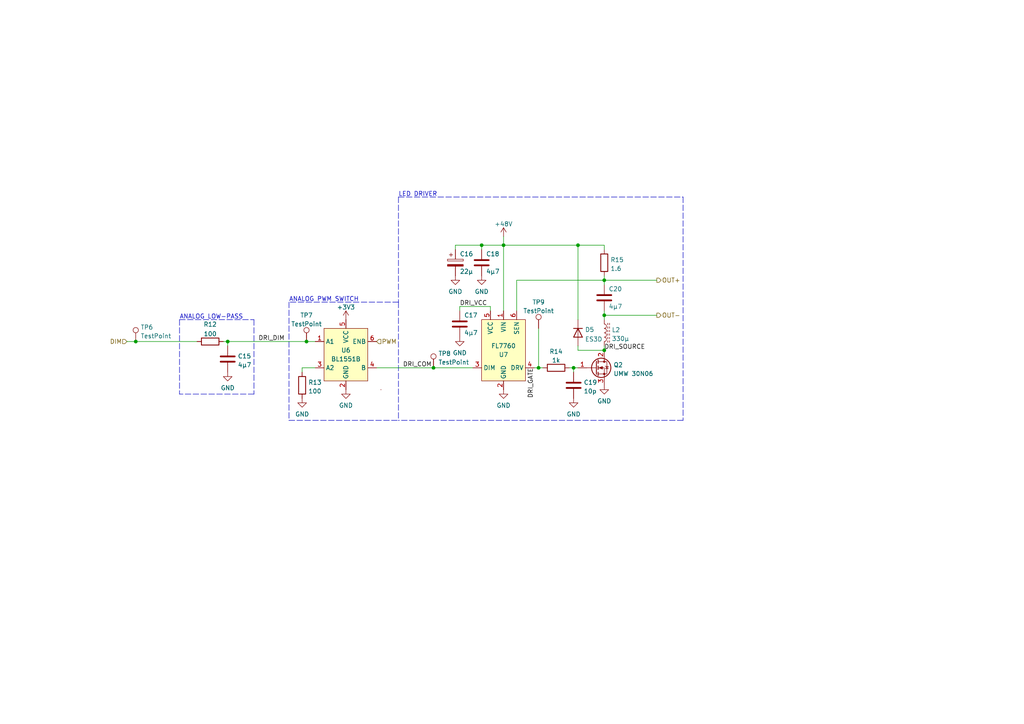
<source format=kicad_sch>
(kicad_sch (version 20211123) (generator eeschema)
  (paper "A4")
  (lib_symbols
    (symbol "Connector:TestPoint" (pin_numbers hide) (pin_names (offset 0.762) hide)
      (property "Reference" "TP" (at 0 6.858 0))
      (property "Value" "TestPoint" (at 0 5.08 0))
      (symbol "TestPoint_0_1"
        (circle (center 0 3.302) (radius 0.762))
      )
      (symbol "TestPoint_1_1"
        (pin passive line (at 0 0 90) (length 2.54) (name "1") (number "1"))
      )
    )
    (symbol "Device:C" (pin_numbers hide) (pin_names (offset 0.254))
      (property "Reference" "C" (at 0.635 2.54 0))
      (property "Value" "C" (at 0.635 -2.54 0))
      (symbol "C_0_1"
        (polyline (pts (xy -2.032 -0.762) (xy 2.032 -0.762)) (stroke (width 0.508)))
        (polyline (pts (xy -2.032 0.762) (xy 2.032 0.762)) (stroke (width 0.508)))
      )
      (symbol "C_1_1"
        (pin passive line (at 0 3.81 270) (length 2.794) (name "~") (number "1"))
        (pin passive line (at 0 -3.81 90) (length 2.794) (name "~") (number "2"))
      )
    )
    (symbol "Device:C_Polarized" (pin_numbers hide) (pin_names (offset 0.254))
      (property "Reference" "C" (at 0.635 2.54 0))
      (property "Value" "C_Polarized" (at 0.635 -2.54 0))
      (symbol "C_Polarized_0_1"
        (rectangle (start -2.286 0.508) (end 2.286 1.016))
        (polyline (pts (xy -1.778 2.286) (xy -0.762 2.286)))
        (polyline (pts (xy -1.27 2.794) (xy -1.27 1.778)))
        (rectangle (start 2.286 -0.508) (end -2.286 -1.016) (fill (type outline)))
      )
      (symbol "C_Polarized_1_1"
        (pin passive line (at 0 3.81 270) (length 2.794) (name "~") (number "1"))
        (pin passive line (at 0 -3.81 90) (length 2.794) (name "~") (number "2"))
      )
    )
    (symbol "Device:D" (pin_numbers hide) (pin_names (offset 1.016) hide)
      (property "Reference" "D" (at 0 2.54 0))
      (property "Value" "D" (at 0 -2.54 0))
      (symbol "D_0_1"
        (polyline (pts (xy -1.27 1.27) (xy -1.27 -1.27)) (stroke (width 0.254)))
        (polyline (pts (xy 1.27 0) (xy -1.27 0)))
        (polyline (pts (xy 1.27 1.27) (xy 1.27 -1.27) (xy -1.27 0) (xy 1.27 1.27)) (stroke (width 0.254)))
      )
      (symbol "D_1_1"
        (pin passive line (at -3.81 0 0) (length 2.54) (name "K") (number "1"))
        (pin passive line (at 3.81 0 180) (length 2.54) (name "A") (number "2"))
      )
    )
    (symbol "Device:L_Ferrite" (pin_numbers hide) (pin_names (offset 1.016) hide)
      (property "Reference" "L" (at -1.27 0 90))
      (property "Value" "L_Ferrite" (at 2.794 0 90))
      (symbol "L_Ferrite_0_1"
        (arc (start 0 -2.54) (mid 0.635 -1.905) (end 0 -1.27))
        (arc (start 0 -1.27) (mid 0.635 -0.635) (end 0 0))
        (polyline (pts (xy 1.016 -2.794) (xy 1.016 -2.286)))
        (polyline (pts (xy 1.016 -1.778) (xy 1.016 -1.27)))
        (polyline (pts (xy 1.016 -0.762) (xy 1.016 -0.254)))
        (polyline (pts (xy 1.016 0.254) (xy 1.016 0.762)))
        (polyline (pts (xy 1.016 1.27) (xy 1.016 1.778)))
        (polyline (pts (xy 1.016 2.286) (xy 1.016 2.794)))
        (polyline (pts (xy 1.524 -2.286) (xy 1.524 -2.794)))
        (polyline (pts (xy 1.524 -1.27) (xy 1.524 -1.778)))
        (polyline (pts (xy 1.524 -0.254) (xy 1.524 -0.762)))
        (polyline (pts (xy 1.524 0.762) (xy 1.524 0.254)))
        (polyline (pts (xy 1.524 1.778) (xy 1.524 1.27)))
        (polyline (pts (xy 1.524 2.794) (xy 1.524 2.286)))
        (arc (start 0 0) (mid 0.635 0.635) (end 0 1.27))
        (arc (start 0 1.27) (mid 0.635 1.905) (end 0 2.54))
      )
      (symbol "L_Ferrite_1_1"
        (pin passive line (at 0 3.81 270) (length 1.27) (name "1") (number "1"))
        (pin passive line (at 0 -3.81 90) (length 1.27) (name "2") (number "2"))
      )
    )
    (symbol "Device:Q_NMOS_GDS" (pin_names (offset 0) hide)
      (property "Reference" "Q" (at 5.08 1.27 0))
      (property "Value" "Q_NMOS_GDS" (at 5.08 -1.27 0))
      (symbol "Q_NMOS_GDS_0_1"
        (polyline (pts (xy 0.254 0) (xy -2.54 0)))
        (polyline (pts (xy 0.254 1.905) (xy 0.254 -1.905)) (stroke (width 0.254)))
        (polyline (pts (xy 0.762 -1.27) (xy 0.762 -2.286)) (stroke (width 0.254)))
        (polyline (pts (xy 0.762 0.508) (xy 0.762 -0.508)) (stroke (width 0.254)))
        (polyline (pts (xy 0.762 2.286) (xy 0.762 1.27)) (stroke (width 0.254)))
        (polyline (pts (xy 2.54 2.54) (xy 2.54 1.778)))
        (polyline (pts (xy 2.54 -2.54) (xy 2.54 0) (xy 0.762 0)))
        (polyline (pts (xy 0.762 -1.778) (xy 3.302 -1.778) (xy 3.302 1.778) (xy 0.762 1.778)))
        (polyline (pts (xy 1.016 0) (xy 2.032 0.381) (xy 2.032 -0.381) (xy 1.016 0)) (fill (type outline)))
        (polyline (pts (xy 2.794 0.508) (xy 2.921 0.381) (xy 3.683 0.381) (xy 3.81 0.254)))
        (polyline (pts (xy 3.302 0.381) (xy 2.921 -0.254) (xy 3.683 -0.254) (xy 3.302 0.381)))
        (circle (center 1.651 0) (radius 2.794) (stroke (width 0.254)))
        (circle (center 2.54 -1.778) (radius 0.254) (fill (type outline)))
        (circle (center 2.54 1.778) (radius 0.254) (fill (type outline)))
      )
      (symbol "Q_NMOS_GDS_1_1"
        (pin input line (at -5.08 0 0) (length 2.54) (name "G") (number "1"))
        (pin passive line (at 2.54 5.08 270) (length 2.54) (name "D") (number "2"))
        (pin passive line (at 2.54 -5.08 90) (length 2.54) (name "S") (number "3"))
      )
    )
    (symbol "Device:R" (pin_numbers hide) (pin_names (offset 0))
      (property "Reference" "R" (at 2.032 0 90))
      (property "Value" "R" (at 0 0 90))
      (symbol "R_0_1"
        (rectangle (start -1.016 -2.54) (end 1.016 2.54) (stroke (width 0.254)))
      )
      (symbol "R_1_1"
        (pin passive line (at 0 3.81 270) (length 1.27) (name "~") (number "1"))
        (pin passive line (at 0 -3.81 90) (length 1.27) (name "~") (number "2"))
      )
    )
    (symbol "Library:FL7760"
      (property "Reference" "U" (at 0 -1.27 0))
      (property "Value" "FL7760" (at 0 1.27 0))
      (symbol "FL7760_0_1"
        (rectangle (start -6.35 10.16) (end 6.35 -7.62) (stroke (width 0.1524)) (fill (type background)))
      )
      (symbol "FL7760_1_1"
        (pin input line (at 0 12.7 270) (length 2.54) (name "VIN") (number "1"))
        (pin input line (at 0 -10.16 90) (length 2.54) (name "GND") (number "2"))
        (pin input line (at -8.89 -3.81 0) (length 2.54) (name "DIM") (number "3"))
        (pin output line (at 8.89 -3.81 180) (length 2.54) (name "DRV") (number "4"))
        (pin input line (at -3.81 12.7 270) (length 2.54) (name "VCC") (number "5"))
        (pin input line (at 3.81 12.7 270) (length 2.54) (name "SEN") (number "6"))
      )
    )
    (symbol "library:BL1551B"
      (property "Reference" "U" (at 0 -1.27 0))
      (property "Value" "BL1551B" (at 0 1.27 0))
      (symbol "BL1551B_0_1"
        (rectangle (start 6.35 7.62) (end -6.35 -7.62) (stroke (width 0.1524)) (fill (type background)))
        (rectangle (start 10.16 -10.16) (end 10.16 -10.16) (stroke (width 0.1524)))
        (rectangle (start 10.16 -10.16) (end 10.16 -10.16) (stroke (width 0.1524)))
        (rectangle (start 10.16 -10.16) (end 10.16 -10.16) (stroke (width 0.1524)))
      )
      (symbol "BL1551B_1_1"
        (pin bidirectional line (at -8.89 3.81 0) (length 2.54) (name "A1") (number "1"))
        (pin power_in line (at 0 -10.16 90) (length 2.54) (name "GND") (number "2"))
        (pin bidirectional line (at -8.89 -3.81 0) (length 2.54) (name "A2") (number "3"))
        (pin bidirectional line (at 8.89 -3.81 180) (length 2.54) (name "B") (number "4"))
        (pin power_in line (at 0 10.16 270) (length 2.54) (name "VCC") (number "5"))
        (pin input line (at 8.89 3.81 180) (length 2.54) (name "ENB") (number "6"))
      )
    )
    (symbol "power:+3V3" (power) (pin_names (offset 0))
      (property "Value" "+3V3" (at 0 3.556 0))
      (symbol "+3V3_0_1"
        (polyline (pts (xy -0.762 1.27) (xy 0 2.54)))
        (polyline (pts (xy 0 0) (xy 0 2.54)))
        (polyline (pts (xy 0 2.54) (xy 0.762 1.27)))
      )
      (symbol "+3V3_1_1"
        (pin power_in line (at 0 0 90) (length 0) hide (name "+3V3") (number "1"))
      )
    )
    (symbol "power:+48V" (power) (pin_names (offset 0))
      (property "Value" "+48V" (at 0 3.556 0))
      (symbol "+48V_0_1"
        (polyline (pts (xy -0.762 1.27) (xy 0 2.54)))
        (polyline (pts (xy 0 0) (xy 0 2.54)))
        (polyline (pts (xy 0 2.54) (xy 0.762 1.27)))
      )
      (symbol "+48V_1_1"
        (pin power_in line (at 0 0 90) (length 0) hide (name "+48V") (number "1"))
      )
    )
    (symbol "power:GND" (power) (pin_names (offset 0))
      (property "Value" "GND" (at 0 -3.81 0))
      (symbol "GND_0_1"
        (polyline (pts (xy 0 0) (xy 0 -1.27) (xy 1.27 -1.27) (xy 0 -2.54) (xy -1.27 -1.27) (xy 0 -1.27)))
      )
      (symbol "GND_1_1"
        (pin power_in line (at 0 0 270) (length 0) hide (name "GND") (number "1"))
      )
    )
  )
  (junction (at 88.9 99.06))
  (junction (at 175.26 101.6))
  (junction (at 66.04 99.06))
  (junction (at 139.7 71.12))
  (junction (at 146.05 71.12))
  (junction (at 166.37 106.68))
  (junction (at 175.26 91.44))
  (junction (at 167.64 71.12))
  (junction (at 156.21 106.68))
  (junction (at 39.37 99.06))
  (junction (at 175.26 81.28))
  (junction (at 125.73 106.68))
  (wire (pts (xy 175.26 81.28) (xy 190.5 81.28)))
  (wire (pts (xy 146.05 71.12) (xy 146.05 90.17)))
  (polyline (pts (xy 198.12 57.15) (xy 198.12 121.92)))
  (wire (pts (xy 175.26 91.44) (xy 175.26 92.71)))
  (polyline (pts (xy 52.07 92.71) (xy 52.07 114.3)))
  (wire (pts (xy 165.1 106.68) (xy 166.37 106.68)))
  (polyline (pts (xy 73.66 114.3) (xy 52.07 114.3)))
  (wire (pts (xy 132.08 71.12) (xy 139.7 71.12)))
  (polyline (pts (xy 115.57 87.63) (xy 83.82 87.63)))
  (polyline (pts (xy 198.12 121.92) (xy 115.57 121.92)))
  (polyline (pts (xy 83.82 87.63) (xy 83.82 121.92)))
  (wire (pts (xy 87.63 106.68) (xy 87.63 107.95)))
  (wire (pts (xy 166.37 106.68) (xy 166.37 107.95)))
  (wire (pts (xy 149.86 81.28) (xy 149.86 90.17)))
  (wire (pts (xy 39.37 99.06) (xy 57.15 99.06)))
  (wire (pts (xy 132.08 72.39) (xy 132.08 71.12)))
  (wire (pts (xy 125.73 106.68) (xy 137.16 106.68)))
  (wire (pts (xy 175.26 91.44) (xy 190.5 91.44)))
  (wire (pts (xy 149.86 81.28) (xy 175.26 81.28)))
  (wire (pts (xy 166.37 106.68) (xy 167.64 106.68)))
  (wire (pts (xy 154.94 106.68) (xy 156.21 106.68)))
  (wire (pts (xy 175.26 71.12) (xy 175.26 72.39)))
  (wire (pts (xy 66.04 99.06) (xy 64.77 99.06)))
  (wire (pts (xy 167.64 101.6) (xy 175.26 101.6)))
  (polyline (pts (xy 115.57 57.15) (xy 115.57 87.63)))
  (wire (pts (xy 88.9 99.06) (xy 91.44 99.06)))
  (wire (pts (xy 175.26 91.44) (xy 175.26 90.17)))
  (polyline (pts (xy 83.82 121.92) (xy 115.57 121.92)))
  (wire (pts (xy 109.22 106.68) (xy 125.73 106.68)))
  (polyline (pts (xy 115.57 57.15) (xy 198.12 57.15)))
  (wire (pts (xy 167.64 71.12) (xy 175.26 71.12)))
  (wire (pts (xy 175.26 80.01) (xy 175.26 81.28)))
  (wire (pts (xy 175.26 100.33) (xy 175.26 101.6)))
  (wire (pts (xy 146.05 68.58) (xy 146.05 71.12)))
  (wire (pts (xy 36.83 99.06) (xy 39.37 99.06)))
  (wire (pts (xy 87.63 106.68) (xy 91.44 106.68)))
  (polyline (pts (xy 73.66 92.71) (xy 73.66 114.3)))
  (wire (pts (xy 156.21 106.68) (xy 157.48 106.68)))
  (wire (pts (xy 66.04 99.06) (xy 88.9 99.06)))
  (wire (pts (xy 142.24 90.17) (xy 142.24 88.9)))
  (wire (pts (xy 167.64 100.33) (xy 167.64 101.6)))
  (wire (pts (xy 139.7 72.39) (xy 139.7 71.12)))
  (wire (pts (xy 133.35 88.9) (xy 142.24 88.9)))
  (wire (pts (xy 156.21 95.25) (xy 156.21 106.68)))
  (wire (pts (xy 139.7 71.12) (xy 146.05 71.12)))
  (wire (pts (xy 133.35 88.9) (xy 133.35 90.17)))
  (wire (pts (xy 66.04 100.33) (xy 66.04 99.06)))
  (wire (pts (xy 175.26 82.55) (xy 175.26 81.28)))
  (wire (pts (xy 167.64 71.12) (xy 167.64 92.71)))
  (wire (pts (xy 146.05 71.12) (xy 167.64 71.12)))
  (polyline (pts (xy 115.57 87.63) (xy 115.57 121.92)))
  (polyline (pts (xy 52.07 92.71) (xy 73.66 92.71)))
  (text "ANALOG PWM SWITCH" (at 83.82 87.63 0) (effects (font (size 1.27 1.27)) (justify left bottom)))
  (text "ANALOG LOW-PASS" (at 52.07 92.71 0) (effects (font (size 1.27 1.27)) (justify left bottom)))
  (text "LED DRIVER" (at 115.57 57.15 0) (effects (font (size 1.27 1.27)) (justify left bottom)))
  (label "DRI_DIM" (at 74.93 99.06 0))
  (label "DRI_COM" (at 116.84 106.68 0))
  (label "DRI_VCC" (at 133.35 88.9 0))
  (label "DRI_SOURCE" (at 175.26 101.6 0))
  (label "DRI_GATE" (at 154.94 106.68 270))
  (hierarchical_label "OUT+" (shape output) (at 190.5 81.28 0))
  (hierarchical_label "PWM" (shape input) (at 109.22 99.06 0))
  (hierarchical_label "DIM" (shape input) (at 36.83 99.06 180))
  (hierarchical_label "OUT-" (shape output) (at 190.5 91.44 0))
  (symbol (lib_id "power:GND") (at 133.35 97.79 0) (unit 1)
    (property "Reference" "#PWR047" (effects hide))
    (property "Value" "GND" (at 133.35 102.3525 0))
  )
  (symbol (lib_id "Device:C") (at 175.26 86.36 0) (unit 1)
    (property "Reference" "C20" (at 176.53 83.82 0) (effects (justify left)))
    (property "Value" "4µ7" (at 176.53 88.9 0) (effects (justify left)))
    (property "Footprint" "Capacitor_SMD:C_0805_2012Metric" (effects hide))
  )
  (symbol (lib_id "Device:C") (at 133.35 93.98 0) (unit 1)
    (property "Reference" "C17" (at 134.62 91.44 0) (effects (justify left)))
    (property "Value" "4µ7" (at 134.62 96.52 0) (effects (justify left)))
    (property "Footprint" "Capacitor_SMD:C_0805_2012Metric" (effects hide))
  )
  (symbol (lib_id "Connector:TestPoint") (at 39.37 99.06 0) (unit 1)
    (property "Reference" "TP6" (at 40.767 94.9233 0) (effects (justify left)))
    (property "Value" "TestPoint" (at 40.767 97.4602 0) (effects (justify left)))
    (property "Footprint" "TestPoint:TestPoint_Pad_D1.0mm" (effects hide))
  )
  (symbol (lib_id "Device:R") (at 87.63 111.76 0) (mirror y) (unit 1)
    (property "Reference" "R13" (at 89.408 110.9253 0) (effects (justify right)))
    (property "Value" "100" (at 89.408 113.4622 0) (effects (justify right)))
    (property "Footprint" "Resistor_SMD:R_0603_1608Metric" (effects hide))
  )
  (symbol (lib_id "Device:R") (at 175.26 76.2 0) (unit 1)
    (property "Reference" "R15" (at 177.038 75.3653 0) (effects (justify left)))
    (property "Value" "1.6" (at 177.038 77.9022 0) (effects (justify left)))
    (property "Footprint" "Resistor_SMD:R_1206_3216Metric" (effects hide))
  )
  (symbol (lib_id "power:GND") (at 66.04 107.95 0) (unit 1)
    (property "Reference" "#PWR042" (effects hide))
    (property "Value" "GND" (at 66.04 112.5125 0))
  )
  (symbol (lib_id "Connector:TestPoint") (at 88.9 99.06 0) (unit 1)
    (property "Reference" "TP7" (at 88.9 91.44 0))
    (property "Value" "TestPoint" (at 88.9 93.98 0))
    (property "Footprint" "TestPoint:TestPoint_Pad_D1.0mm" (effects hide))
  )
  (symbol (lib_id "Device:C") (at 66.04 104.14 0) (unit 1)
    (property "Reference" "C15" (at 68.961 103.3053 0) (effects (justify left)))
    (property "Value" "4µ7" (at 68.961 105.8422 0) (effects (justify left)))
    (property "Footprint" "Capacitor_SMD:C_0805_2012Metric" (effects hide))
  )
  (symbol (lib_id "power:+48V") (at 146.05 68.58 0) (unit 1)
    (property "Reference" "#PWR049" (effects hide))
    (property "Value" "+48V" (at 146.05 64.9755 0))
  )
  (symbol (lib_id "Connector:TestPoint") (at 125.73 106.68 0) (unit 1)
    (property "Reference" "TP8" (at 127.127 102.5433 0) (effects (justify left)))
    (property "Value" "TestPoint" (at 127.127 105.0802 0) (effects (justify left)))
    (property "Footprint" "TestPoint:TestPoint_Pad_D1.0mm" (effects hide))
  )
  (symbol (lib_id "Device:C_Polarized") (at 132.08 76.2 0) (unit 1)
    (property "Reference" "C16" (at 133.35 73.66 0) (effects (justify left)))
    (property "Value" "22µ" (at 133.35 78.74 0) (effects (justify left)))
    (property "Footprint" "Capacitor_SMD:CP_Elec_6.3x4.5" (effects hide))
  )
  (symbol (lib_id "power:GND") (at 175.26 111.76 0) (unit 1)
    (property "Reference" "#PWR052" (effects hide))
    (property "Value" "GND" (at 175.26 116.3225 0))
  )
  (symbol (lib_id "Device:Q_NMOS_GDS") (at 172.72 106.68 0) (unit 1)
    (property "Reference" "Q2" (at 177.927 105.8453 0) (effects (justify left)))
    (property "Value" "UMW 30N06" (at 177.927 108.3822 0) (effects (justify left)))
    (property "Footprint" "Package_TO_SOT_SMD:TO-252-2" (effects hide))
  )
  (symbol (lib_id "power:GND") (at 166.37 115.57 0) (unit 1)
    (property "Reference" "#PWR040" (effects hide))
    (property "Value" "GND" (at 166.37 120.1325 0))
  )
  (symbol (lib_id "Device:D") (at 167.64 96.52 270) (unit 1)
    (property "Reference" "D5" (at 169.672 95.6115 90) (effects (justify left)))
    (property "Value" "ES3D" (at 169.672 98.3866 90) (effects (justify left)))
    (property "Footprint" "Diode_SMD:D_SMB" (effects hide))
  )
  (symbol (lib_id "Connector:TestPoint") (at 156.21 95.25 0) (unit 1)
    (property "Reference" "TP9" (at 156.21 87.63 0))
    (property "Value" "TestPoint" (at 156.21 90.17 0))
    (property "Footprint" "TestPoint:TestPoint_Pad_D1.0mm" (effects hide))
  )
  (symbol (lib_id "Device:R") (at 60.96 99.06 90) (unit 1)
    (property "Reference" "R12" (at 60.96 94.0775 90))
    (property "Value" "100" (at 60.96 96.8526 90))
    (property "Footprint" "Resistor_SMD:R_0603_1608Metric" (effects hide))
  )
  (symbol (lib_id "library:BL1551B") (at 100.33 102.87 0) (unit 1)
    (property "Reference" "U6" (at 100.33 101.6 0))
    (property "Value" "BL1551B" (at 100.33 104.14 0))
    (property "Footprint" "Package_TO_SOT_SMD:SOT-363_SC-70-6" (effects hide))
    (property "LCSC" "C2944066" (effects hide))
  )
  (symbol (lib_id "power:GND") (at 100.33 113.03 0) (unit 1)
    (property "Reference" "#PWR045" (effects hide))
    (property "Value" "GND" (at 100.33 117.5925 0))
  )
  (symbol (lib_id "power:GND") (at 132.08 80.01 0) (unit 1)
    (property "Reference" "#PWR046" (effects hide))
    (property "Value" "GND" (at 132.08 84.5725 0))
  )
  (symbol (lib_id "power:GND") (at 87.63 115.57 0) (mirror y) (unit 1)
    (property "Reference" "#PWR043" (effects hide))
    (property "Value" "GND" (at 87.63 120.1325 0))
  )
  (symbol (lib_id "Device:L_Ferrite") (at 175.26 96.52 0) (unit 1)
    (property "Reference" "L2" (at 177.419 95.6853 0) (effects (justify left)))
    (property "Value" "330µ" (at 177.419 98.2222 0) (effects (justify left)))
    (property "Footprint" "Inductor_SMD:L_12x12mm_H8mm" (effects hide))
  )
  (symbol (lib_id "power:GND") (at 139.7 80.01 0) (unit 1)
    (property "Reference" "#PWR048" (effects hide))
    (property "Value" "GND" (at 139.7 84.5725 0))
  )
  (symbol (lib_id "power:+3V3") (at 100.33 92.71 0) (unit 1)
    (property "Reference" "#PWR044" (effects hide))
    (property "Value" "+3V3" (at 100.33 89.1055 0))
  )
  (symbol (lib_id "Library:FL7760") (at 146.05 102.87 0) (unit 1)
    (property "Reference" "U7" (at 146.05 102.87 0))
    (property "Value" "FL7760" (at 146.05 100.33 0))
    (property "Footprint" "Package_TO_SOT_SMD:SOT-23-6" (effects hide))
    (property "LCSC" "C367387" (effects hide))
  )
  (symbol (lib_id "Device:C") (at 139.7 76.2 0) (unit 1)
    (property "Reference" "C18" (at 140.97 73.66 0) (effects (justify left)))
    (property "Value" "4µ7" (at 140.97 78.74 0) (effects (justify left)))
    (property "Footprint" "Capacitor_SMD:C_0805_2012Metric" (effects hide))
  )
  (symbol (lib_id "power:GND") (at 146.05 113.03 0) (unit 1)
    (property "Reference" "#PWR050" (effects hide))
    (property "Value" "GND" (at 146.05 117.5925 0))
  )
  (symbol (lib_id "Device:C") (at 166.37 111.76 0) (unit 1)
    (property "Reference" "C19" (at 169.291 110.9253 0) (effects (justify left)))
    (property "Value" "10p" (at 169.291 113.4622 0) (effects (justify left)))
    (property "Footprint" "Capacitor_SMD:C_0603_1608Metric" (effects hide))
  )
  (symbol (lib_id "Device:R") (at 161.29 106.68 90) (unit 1)
    (property "Reference" "R14" (at 161.29 101.9642 90))
    (property "Value" "1k" (at 161.29 104.5011 90))
    (property "Footprint" "Resistor_SMD:R_0603_1608Metric" (effects hide))
  )
)
</source>
